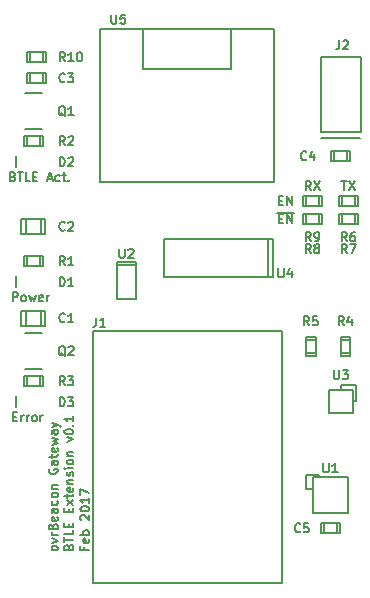
<source format=gbr>
G04 #@! TF.FileFunction,Legend,Top*
%FSLAX46Y46*%
G04 Gerber Fmt 4.6, Leading zero omitted, Abs format (unit mm)*
G04 Created by KiCad (PCBNEW 4.0.4-stable) date Sunday, February 26, 2017 'PMt' 06:01:27 PM*
%MOMM*%
%LPD*%
G01*
G04 APERTURE LIST*
%ADD10C,0.100000*%
%ADD11C,0.190500*%
%ADD12C,0.150000*%
%ADD13C,0.127000*%
%ADD14C,0.203200*%
G04 APERTURE END LIST*
D10*
D11*
X155575000Y-66892714D02*
X155321000Y-66529857D01*
X155139572Y-66892714D02*
X155139572Y-66130714D01*
X155429857Y-66130714D01*
X155502429Y-66167000D01*
X155538714Y-66203286D01*
X155575000Y-66275857D01*
X155575000Y-66384714D01*
X155538714Y-66457286D01*
X155502429Y-66493571D01*
X155429857Y-66529857D01*
X155139572Y-66529857D01*
X155829000Y-66130714D02*
X156337000Y-66892714D01*
X156337000Y-66130714D02*
X155829000Y-66892714D01*
X158169429Y-66130714D02*
X158604858Y-66130714D01*
X158387144Y-66892714D02*
X158387144Y-66130714D01*
X158786286Y-66130714D02*
X159294286Y-66892714D01*
X159294286Y-66130714D02*
X158786286Y-66892714D01*
X152853572Y-69287571D02*
X153107572Y-69287571D01*
X153216429Y-69686714D02*
X152853572Y-69686714D01*
X152853572Y-68924714D01*
X153216429Y-68924714D01*
X153543001Y-69686714D02*
X153543001Y-68924714D01*
X153978429Y-69686714D01*
X153978429Y-68924714D01*
X152672143Y-68793360D02*
X154159858Y-68793360D01*
X152853572Y-67763571D02*
X153107572Y-67763571D01*
X153216429Y-68162714D02*
X152853572Y-68162714D01*
X152853572Y-67400714D01*
X153216429Y-67400714D01*
X153543001Y-68162714D02*
X153543001Y-67400714D01*
X153978429Y-68162714D01*
X153978429Y-67400714D01*
D12*
X156464000Y-62484000D02*
X159766000Y-62484000D01*
D11*
X134139214Y-97245714D02*
X134102929Y-97318286D01*
X134066643Y-97354571D01*
X133994071Y-97390857D01*
X133776357Y-97390857D01*
X133703786Y-97354571D01*
X133667500Y-97318286D01*
X133631214Y-97245714D01*
X133631214Y-97136857D01*
X133667500Y-97064286D01*
X133703786Y-97028000D01*
X133776357Y-96991714D01*
X133994071Y-96991714D01*
X134066643Y-97028000D01*
X134102929Y-97064286D01*
X134139214Y-97136857D01*
X134139214Y-97245714D01*
X133631214Y-96737714D02*
X134139214Y-96556285D01*
X133631214Y-96374857D01*
X134139214Y-96084571D02*
X133631214Y-96084571D01*
X133776357Y-96084571D02*
X133703786Y-96048286D01*
X133667500Y-96012000D01*
X133631214Y-95939429D01*
X133631214Y-95866857D01*
X133740071Y-95358857D02*
X133776357Y-95250000D01*
X133812643Y-95213715D01*
X133885214Y-95177429D01*
X133994071Y-95177429D01*
X134066643Y-95213715D01*
X134102929Y-95250000D01*
X134139214Y-95322572D01*
X134139214Y-95612857D01*
X133377214Y-95612857D01*
X133377214Y-95358857D01*
X133413500Y-95286286D01*
X133449786Y-95250000D01*
X133522357Y-95213715D01*
X133594929Y-95213715D01*
X133667500Y-95250000D01*
X133703786Y-95286286D01*
X133740071Y-95358857D01*
X133740071Y-95612857D01*
X134102929Y-94560572D02*
X134139214Y-94633143D01*
X134139214Y-94778286D01*
X134102929Y-94850857D01*
X134030357Y-94887143D01*
X133740071Y-94887143D01*
X133667500Y-94850857D01*
X133631214Y-94778286D01*
X133631214Y-94633143D01*
X133667500Y-94560572D01*
X133740071Y-94524286D01*
X133812643Y-94524286D01*
X133885214Y-94887143D01*
X134139214Y-93871143D02*
X133740071Y-93871143D01*
X133667500Y-93907429D01*
X133631214Y-93980000D01*
X133631214Y-94125143D01*
X133667500Y-94197714D01*
X134102929Y-93871143D02*
X134139214Y-93943714D01*
X134139214Y-94125143D01*
X134102929Y-94197714D01*
X134030357Y-94234000D01*
X133957786Y-94234000D01*
X133885214Y-94197714D01*
X133848929Y-94125143D01*
X133848929Y-93943714D01*
X133812643Y-93871143D01*
X134102929Y-93181714D02*
X134139214Y-93254285D01*
X134139214Y-93399428D01*
X134102929Y-93472000D01*
X134066643Y-93508285D01*
X133994071Y-93544571D01*
X133776357Y-93544571D01*
X133703786Y-93508285D01*
X133667500Y-93472000D01*
X133631214Y-93399428D01*
X133631214Y-93254285D01*
X133667500Y-93181714D01*
X134139214Y-92746285D02*
X134102929Y-92818857D01*
X134066643Y-92855142D01*
X133994071Y-92891428D01*
X133776357Y-92891428D01*
X133703786Y-92855142D01*
X133667500Y-92818857D01*
X133631214Y-92746285D01*
X133631214Y-92637428D01*
X133667500Y-92564857D01*
X133703786Y-92528571D01*
X133776357Y-92492285D01*
X133994071Y-92492285D01*
X134066643Y-92528571D01*
X134102929Y-92564857D01*
X134139214Y-92637428D01*
X134139214Y-92746285D01*
X133631214Y-92165713D02*
X134139214Y-92165713D01*
X133703786Y-92165713D02*
X133667500Y-92129428D01*
X133631214Y-92056856D01*
X133631214Y-91947999D01*
X133667500Y-91875428D01*
X133740071Y-91839142D01*
X134139214Y-91839142D01*
X133413500Y-90496571D02*
X133377214Y-90569142D01*
X133377214Y-90677999D01*
X133413500Y-90786856D01*
X133486071Y-90859428D01*
X133558643Y-90895713D01*
X133703786Y-90931999D01*
X133812643Y-90931999D01*
X133957786Y-90895713D01*
X134030357Y-90859428D01*
X134102929Y-90786856D01*
X134139214Y-90677999D01*
X134139214Y-90605428D01*
X134102929Y-90496571D01*
X134066643Y-90460285D01*
X133812643Y-90460285D01*
X133812643Y-90605428D01*
X134139214Y-89807142D02*
X133740071Y-89807142D01*
X133667500Y-89843428D01*
X133631214Y-89915999D01*
X133631214Y-90061142D01*
X133667500Y-90133713D01*
X134102929Y-89807142D02*
X134139214Y-89879713D01*
X134139214Y-90061142D01*
X134102929Y-90133713D01*
X134030357Y-90169999D01*
X133957786Y-90169999D01*
X133885214Y-90133713D01*
X133848929Y-90061142D01*
X133848929Y-89879713D01*
X133812643Y-89807142D01*
X133631214Y-89553142D02*
X133631214Y-89262856D01*
X133377214Y-89444284D02*
X134030357Y-89444284D01*
X134102929Y-89407999D01*
X134139214Y-89335427D01*
X134139214Y-89262856D01*
X134102929Y-88718570D02*
X134139214Y-88791141D01*
X134139214Y-88936284D01*
X134102929Y-89008855D01*
X134030357Y-89045141D01*
X133740071Y-89045141D01*
X133667500Y-89008855D01*
X133631214Y-88936284D01*
X133631214Y-88791141D01*
X133667500Y-88718570D01*
X133740071Y-88682284D01*
X133812643Y-88682284D01*
X133885214Y-89045141D01*
X133631214Y-88428284D02*
X134139214Y-88283141D01*
X133776357Y-88137998D01*
X134139214Y-87992855D01*
X133631214Y-87847712D01*
X134139214Y-87230855D02*
X133740071Y-87230855D01*
X133667500Y-87267141D01*
X133631214Y-87339712D01*
X133631214Y-87484855D01*
X133667500Y-87557426D01*
X134102929Y-87230855D02*
X134139214Y-87303426D01*
X134139214Y-87484855D01*
X134102929Y-87557426D01*
X134030357Y-87593712D01*
X133957786Y-87593712D01*
X133885214Y-87557426D01*
X133848929Y-87484855D01*
X133848929Y-87303426D01*
X133812643Y-87230855D01*
X133631214Y-86940569D02*
X134139214Y-86759140D01*
X133631214Y-86577712D02*
X134139214Y-86759140D01*
X134320643Y-86831712D01*
X134356929Y-86867997D01*
X134393214Y-86940569D01*
X135073571Y-97100571D02*
X135109857Y-96991714D01*
X135146143Y-96955429D01*
X135218714Y-96919143D01*
X135327571Y-96919143D01*
X135400143Y-96955429D01*
X135436429Y-96991714D01*
X135472714Y-97064286D01*
X135472714Y-97354571D01*
X134710714Y-97354571D01*
X134710714Y-97100571D01*
X134747000Y-97028000D01*
X134783286Y-96991714D01*
X134855857Y-96955429D01*
X134928429Y-96955429D01*
X135001000Y-96991714D01*
X135037286Y-97028000D01*
X135073571Y-97100571D01*
X135073571Y-97354571D01*
X134710714Y-96701429D02*
X134710714Y-96266000D01*
X135472714Y-96483714D02*
X134710714Y-96483714D01*
X135472714Y-95649143D02*
X135472714Y-96012000D01*
X134710714Y-96012000D01*
X135073571Y-95395143D02*
X135073571Y-95141143D01*
X135472714Y-95032286D02*
X135472714Y-95395143D01*
X134710714Y-95395143D01*
X134710714Y-95032286D01*
X135073571Y-94125143D02*
X135073571Y-93871143D01*
X135472714Y-93762286D02*
X135472714Y-94125143D01*
X134710714Y-94125143D01*
X134710714Y-93762286D01*
X135472714Y-93508286D02*
X134964714Y-93109143D01*
X134964714Y-93508286D02*
X135472714Y-93109143D01*
X134964714Y-92927715D02*
X134964714Y-92637429D01*
X134710714Y-92818857D02*
X135363857Y-92818857D01*
X135436429Y-92782572D01*
X135472714Y-92710000D01*
X135472714Y-92637429D01*
X135436429Y-92093143D02*
X135472714Y-92165714D01*
X135472714Y-92310857D01*
X135436429Y-92383428D01*
X135363857Y-92419714D01*
X135073571Y-92419714D01*
X135001000Y-92383428D01*
X134964714Y-92310857D01*
X134964714Y-92165714D01*
X135001000Y-92093143D01*
X135073571Y-92056857D01*
X135146143Y-92056857D01*
X135218714Y-92419714D01*
X134964714Y-91730285D02*
X135472714Y-91730285D01*
X135037286Y-91730285D02*
X135001000Y-91694000D01*
X134964714Y-91621428D01*
X134964714Y-91512571D01*
X135001000Y-91440000D01*
X135073571Y-91403714D01*
X135472714Y-91403714D01*
X135436429Y-91077142D02*
X135472714Y-91004571D01*
X135472714Y-90859428D01*
X135436429Y-90786856D01*
X135363857Y-90750571D01*
X135327571Y-90750571D01*
X135255000Y-90786856D01*
X135218714Y-90859428D01*
X135218714Y-90968285D01*
X135182429Y-91040856D01*
X135109857Y-91077142D01*
X135073571Y-91077142D01*
X135001000Y-91040856D01*
X134964714Y-90968285D01*
X134964714Y-90859428D01*
X135001000Y-90786856D01*
X135472714Y-90423999D02*
X134964714Y-90423999D01*
X134710714Y-90423999D02*
X134747000Y-90460285D01*
X134783286Y-90423999D01*
X134747000Y-90387714D01*
X134710714Y-90423999D01*
X134783286Y-90423999D01*
X135472714Y-89952285D02*
X135436429Y-90024857D01*
X135400143Y-90061142D01*
X135327571Y-90097428D01*
X135109857Y-90097428D01*
X135037286Y-90061142D01*
X135001000Y-90024857D01*
X134964714Y-89952285D01*
X134964714Y-89843428D01*
X135001000Y-89770857D01*
X135037286Y-89734571D01*
X135109857Y-89698285D01*
X135327571Y-89698285D01*
X135400143Y-89734571D01*
X135436429Y-89770857D01*
X135472714Y-89843428D01*
X135472714Y-89952285D01*
X134964714Y-89371713D02*
X135472714Y-89371713D01*
X135037286Y-89371713D02*
X135001000Y-89335428D01*
X134964714Y-89262856D01*
X134964714Y-89153999D01*
X135001000Y-89081428D01*
X135073571Y-89045142D01*
X135472714Y-89045142D01*
X134964714Y-88174285D02*
X135472714Y-87992856D01*
X134964714Y-87811428D01*
X134710714Y-87376000D02*
X134710714Y-87303428D01*
X134747000Y-87230857D01*
X134783286Y-87194571D01*
X134855857Y-87158285D01*
X135001000Y-87122000D01*
X135182429Y-87122000D01*
X135327571Y-87158285D01*
X135400143Y-87194571D01*
X135436429Y-87230857D01*
X135472714Y-87303428D01*
X135472714Y-87376000D01*
X135436429Y-87448571D01*
X135400143Y-87484857D01*
X135327571Y-87521142D01*
X135182429Y-87557428D01*
X135001000Y-87557428D01*
X134855857Y-87521142D01*
X134783286Y-87484857D01*
X134747000Y-87448571D01*
X134710714Y-87376000D01*
X135400143Y-86795428D02*
X135436429Y-86759143D01*
X135472714Y-86795428D01*
X135436429Y-86831714D01*
X135400143Y-86795428D01*
X135472714Y-86795428D01*
X135472714Y-86033429D02*
X135472714Y-86468857D01*
X135472714Y-86251143D02*
X134710714Y-86251143D01*
X134819571Y-86323714D01*
X134892143Y-86396286D01*
X134928429Y-86468857D01*
X136407071Y-97100571D02*
X136407071Y-97354571D01*
X136806214Y-97354571D02*
X136044214Y-97354571D01*
X136044214Y-96991714D01*
X136769929Y-96411143D02*
X136806214Y-96483714D01*
X136806214Y-96628857D01*
X136769929Y-96701428D01*
X136697357Y-96737714D01*
X136407071Y-96737714D01*
X136334500Y-96701428D01*
X136298214Y-96628857D01*
X136298214Y-96483714D01*
X136334500Y-96411143D01*
X136407071Y-96374857D01*
X136479643Y-96374857D01*
X136552214Y-96737714D01*
X136806214Y-96048285D02*
X136044214Y-96048285D01*
X136334500Y-96048285D02*
X136298214Y-95975714D01*
X136298214Y-95830571D01*
X136334500Y-95758000D01*
X136370786Y-95721714D01*
X136443357Y-95685428D01*
X136661071Y-95685428D01*
X136733643Y-95721714D01*
X136769929Y-95758000D01*
X136806214Y-95830571D01*
X136806214Y-95975714D01*
X136769929Y-96048285D01*
X136116786Y-94814571D02*
X136080500Y-94778285D01*
X136044214Y-94705714D01*
X136044214Y-94524285D01*
X136080500Y-94451714D01*
X136116786Y-94415428D01*
X136189357Y-94379143D01*
X136261929Y-94379143D01*
X136370786Y-94415428D01*
X136806214Y-94850857D01*
X136806214Y-94379143D01*
X136044214Y-93907429D02*
X136044214Y-93834857D01*
X136080500Y-93762286D01*
X136116786Y-93726000D01*
X136189357Y-93689714D01*
X136334500Y-93653429D01*
X136515929Y-93653429D01*
X136661071Y-93689714D01*
X136733643Y-93726000D01*
X136769929Y-93762286D01*
X136806214Y-93834857D01*
X136806214Y-93907429D01*
X136769929Y-93980000D01*
X136733643Y-94016286D01*
X136661071Y-94052571D01*
X136515929Y-94088857D01*
X136334500Y-94088857D01*
X136189357Y-94052571D01*
X136116786Y-94016286D01*
X136080500Y-93980000D01*
X136044214Y-93907429D01*
X136806214Y-92927715D02*
X136806214Y-93363143D01*
X136806214Y-93145429D02*
X136044214Y-93145429D01*
X136153071Y-93218000D01*
X136225643Y-93290572D01*
X136261929Y-93363143D01*
X136044214Y-92673715D02*
X136044214Y-92165715D01*
X136806214Y-92492286D01*
X130356429Y-65731571D02*
X130465286Y-65767857D01*
X130501571Y-65804143D01*
X130537857Y-65876714D01*
X130537857Y-65985571D01*
X130501571Y-66058143D01*
X130465286Y-66094429D01*
X130392714Y-66130714D01*
X130102429Y-66130714D01*
X130102429Y-65368714D01*
X130356429Y-65368714D01*
X130429000Y-65405000D01*
X130465286Y-65441286D01*
X130501571Y-65513857D01*
X130501571Y-65586429D01*
X130465286Y-65659000D01*
X130429000Y-65695286D01*
X130356429Y-65731571D01*
X130102429Y-65731571D01*
X130755571Y-65368714D02*
X131191000Y-65368714D01*
X130973286Y-66130714D02*
X130973286Y-65368714D01*
X131807857Y-66130714D02*
X131445000Y-66130714D01*
X131445000Y-65368714D01*
X132061857Y-65731571D02*
X132315857Y-65731571D01*
X132424714Y-66130714D02*
X132061857Y-66130714D01*
X132061857Y-65368714D01*
X132424714Y-65368714D01*
X133295571Y-65913000D02*
X133658428Y-65913000D01*
X133222999Y-66130714D02*
X133476999Y-65368714D01*
X133730999Y-66130714D01*
X134311571Y-66094429D02*
X134239000Y-66130714D01*
X134093857Y-66130714D01*
X134021285Y-66094429D01*
X133985000Y-66058143D01*
X133948714Y-65985571D01*
X133948714Y-65767857D01*
X133985000Y-65695286D01*
X134021285Y-65659000D01*
X134093857Y-65622714D01*
X134239000Y-65622714D01*
X134311571Y-65659000D01*
X134529285Y-65622714D02*
X134819571Y-65622714D01*
X134638143Y-65368714D02*
X134638143Y-66021857D01*
X134674428Y-66094429D01*
X134747000Y-66130714D01*
X134819571Y-66130714D01*
X135073572Y-66058143D02*
X135109857Y-66094429D01*
X135073572Y-66130714D01*
X135037286Y-66094429D01*
X135073572Y-66058143D01*
X135073572Y-66130714D01*
X130320143Y-76290714D02*
X130320143Y-75528714D01*
X130610428Y-75528714D01*
X130683000Y-75565000D01*
X130719285Y-75601286D01*
X130755571Y-75673857D01*
X130755571Y-75782714D01*
X130719285Y-75855286D01*
X130683000Y-75891571D01*
X130610428Y-75927857D01*
X130320143Y-75927857D01*
X131191000Y-76290714D02*
X131118428Y-76254429D01*
X131082143Y-76218143D01*
X131045857Y-76145571D01*
X131045857Y-75927857D01*
X131082143Y-75855286D01*
X131118428Y-75819000D01*
X131191000Y-75782714D01*
X131299857Y-75782714D01*
X131372428Y-75819000D01*
X131408714Y-75855286D01*
X131445000Y-75927857D01*
X131445000Y-76145571D01*
X131408714Y-76218143D01*
X131372428Y-76254429D01*
X131299857Y-76290714D01*
X131191000Y-76290714D01*
X131699000Y-75782714D02*
X131844143Y-76290714D01*
X131989286Y-75927857D01*
X132134429Y-76290714D01*
X132279572Y-75782714D01*
X132860143Y-76254429D02*
X132787572Y-76290714D01*
X132642429Y-76290714D01*
X132569858Y-76254429D01*
X132533572Y-76181857D01*
X132533572Y-75891571D01*
X132569858Y-75819000D01*
X132642429Y-75782714D01*
X132787572Y-75782714D01*
X132860143Y-75819000D01*
X132896429Y-75891571D01*
X132896429Y-75964143D01*
X132533572Y-76036714D01*
X133223001Y-76290714D02*
X133223001Y-75782714D01*
X133223001Y-75927857D02*
X133259286Y-75855286D01*
X133295572Y-75819000D01*
X133368143Y-75782714D01*
X133440715Y-75782714D01*
X130356429Y-86051571D02*
X130610429Y-86051571D01*
X130719286Y-86450714D02*
X130356429Y-86450714D01*
X130356429Y-85688714D01*
X130719286Y-85688714D01*
X131045858Y-86450714D02*
X131045858Y-85942714D01*
X131045858Y-86087857D02*
X131082143Y-86015286D01*
X131118429Y-85979000D01*
X131191000Y-85942714D01*
X131263572Y-85942714D01*
X131517572Y-86450714D02*
X131517572Y-85942714D01*
X131517572Y-86087857D02*
X131553857Y-86015286D01*
X131590143Y-85979000D01*
X131662714Y-85942714D01*
X131735286Y-85942714D01*
X132098143Y-86450714D02*
X132025571Y-86414429D01*
X131989286Y-86378143D01*
X131953000Y-86305571D01*
X131953000Y-86087857D01*
X131989286Y-86015286D01*
X132025571Y-85979000D01*
X132098143Y-85942714D01*
X132207000Y-85942714D01*
X132279571Y-85979000D01*
X132315857Y-86015286D01*
X132352143Y-86087857D01*
X132352143Y-86305571D01*
X132315857Y-86378143D01*
X132279571Y-86414429D01*
X132207000Y-86450714D01*
X132098143Y-86450714D01*
X132678715Y-86450714D02*
X132678715Y-85942714D01*
X132678715Y-86087857D02*
X132715000Y-86015286D01*
X132751286Y-85979000D01*
X132823857Y-85942714D01*
X132896429Y-85942714D01*
D13*
X132715000Y-77089000D02*
X132715000Y-78359000D01*
X131445000Y-77089000D02*
X131445000Y-78333600D01*
X131064000Y-77089000D02*
X133096000Y-77089000D01*
X133096000Y-77089000D02*
X133096000Y-78359000D01*
X133096000Y-78359000D02*
X131064000Y-78359000D01*
X131064000Y-78359000D02*
X131064000Y-77089000D01*
X132715000Y-69342000D02*
X132715000Y-70612000D01*
X131445000Y-69342000D02*
X131445000Y-70586600D01*
X131064000Y-69342000D02*
X133096000Y-69342000D01*
X133096000Y-69342000D02*
X133096000Y-70612000D01*
X133096000Y-70612000D02*
X131064000Y-70612000D01*
X131064000Y-70612000D02*
X131064000Y-69342000D01*
X132892800Y-57810400D02*
X132892800Y-56997600D01*
X131775200Y-57023000D02*
X131775200Y-57810400D01*
X131521200Y-56997600D02*
X133146800Y-56997600D01*
X133146800Y-56997600D02*
X133146800Y-57810400D01*
X133146800Y-57810400D02*
X131521200Y-57810400D01*
X131521200Y-57810400D02*
X131521200Y-56997600D01*
X157556200Y-63601600D02*
X157556200Y-64414400D01*
X158673800Y-64389000D02*
X158673800Y-63601600D01*
X158927800Y-64414400D02*
X157302200Y-64414400D01*
X157302200Y-64414400D02*
X157302200Y-63601600D01*
X157302200Y-63601600D02*
X158927800Y-63601600D01*
X158927800Y-63601600D02*
X158927800Y-64414400D01*
D12*
X130580000Y-74112500D02*
X130580000Y-75112500D01*
X130580000Y-63952500D02*
X130580000Y-64952500D01*
X130580000Y-84272500D02*
X130580000Y-85272500D01*
D14*
X137139800Y-78805600D02*
X137139800Y-100105600D01*
X137139800Y-100105600D02*
X153139800Y-100105600D01*
X153139800Y-100105600D02*
X153139800Y-78805600D01*
X153139800Y-78805600D02*
X137139800Y-78805600D01*
X137139800Y-82905600D02*
X137139800Y-98905600D01*
X153139800Y-82905600D02*
X153139800Y-98905600D01*
D12*
X132780000Y-58678000D02*
X131380000Y-58678000D01*
X132780000Y-61718000D02*
X131380000Y-61718000D01*
X132780000Y-78998000D02*
X131380000Y-78998000D01*
X132780000Y-82038000D02*
X131380000Y-82038000D01*
D13*
X132638800Y-73304400D02*
X132638800Y-72491600D01*
X131521200Y-72517000D02*
X131521200Y-73304400D01*
X131267200Y-72491600D02*
X132892800Y-72491600D01*
X132892800Y-72491600D02*
X132892800Y-73304400D01*
X132892800Y-73304400D02*
X131267200Y-73304400D01*
X131267200Y-73304400D02*
X131267200Y-72491600D01*
X132638800Y-63144400D02*
X132638800Y-62331600D01*
X131521200Y-62357000D02*
X131521200Y-63144400D01*
X131267200Y-62331600D02*
X132892800Y-62331600D01*
X132892800Y-62331600D02*
X132892800Y-63144400D01*
X132892800Y-63144400D02*
X131267200Y-63144400D01*
X131267200Y-63144400D02*
X131267200Y-62331600D01*
X132638800Y-83464400D02*
X132638800Y-82651600D01*
X131521200Y-82677000D02*
X131521200Y-83464400D01*
X131267200Y-82651600D02*
X132892800Y-82651600D01*
X132892800Y-82651600D02*
X132892800Y-83464400D01*
X132892800Y-83464400D02*
X131267200Y-83464400D01*
X131267200Y-83464400D02*
X131267200Y-82651600D01*
X158902400Y-79578200D02*
X158089600Y-79578200D01*
X158115000Y-80695800D02*
X158902400Y-80695800D01*
X158089600Y-80949800D02*
X158089600Y-79324200D01*
X158089600Y-79324200D02*
X158902400Y-79324200D01*
X158902400Y-79324200D02*
X158902400Y-80949800D01*
X158902400Y-80949800D02*
X158089600Y-80949800D01*
X155981400Y-79578200D02*
X155168600Y-79578200D01*
X155194000Y-80695800D02*
X155981400Y-80695800D01*
X155168600Y-80949800D02*
X155168600Y-79324200D01*
X155168600Y-79324200D02*
X155981400Y-79324200D01*
X155981400Y-79324200D02*
X155981400Y-80949800D01*
X155981400Y-80949800D02*
X155168600Y-80949800D01*
X159308800Y-68224400D02*
X159308800Y-67411600D01*
X158191200Y-67437000D02*
X158191200Y-68224400D01*
X157937200Y-67411600D02*
X159562800Y-67411600D01*
X159562800Y-67411600D02*
X159562800Y-68224400D01*
X159562800Y-68224400D02*
X157937200Y-68224400D01*
X157937200Y-68224400D02*
X157937200Y-67411600D01*
X158191200Y-68935600D02*
X158191200Y-69748400D01*
X159308800Y-69723000D02*
X159308800Y-68935600D01*
X159562800Y-69748400D02*
X157937200Y-69748400D01*
X157937200Y-69748400D02*
X157937200Y-68935600D01*
X157937200Y-68935600D02*
X159562800Y-68935600D01*
X159562800Y-68935600D02*
X159562800Y-69748400D01*
X156260800Y-69748400D02*
X156260800Y-68935600D01*
X155143200Y-68961000D02*
X155143200Y-69748400D01*
X154889200Y-68935600D02*
X156514800Y-68935600D01*
X156514800Y-68935600D02*
X156514800Y-69748400D01*
X156514800Y-69748400D02*
X154889200Y-69748400D01*
X154889200Y-69748400D02*
X154889200Y-68935600D01*
X155143200Y-67411600D02*
X155143200Y-68224400D01*
X156260800Y-68199000D02*
X156260800Y-67411600D01*
X156514800Y-68224400D02*
X154889200Y-68224400D01*
X154889200Y-68224400D02*
X154889200Y-67411600D01*
X154889200Y-67411600D02*
X156514800Y-67411600D01*
X156514800Y-67411600D02*
X156514800Y-68224400D01*
X131775200Y-55219600D02*
X131775200Y-56032400D01*
X132892800Y-56007000D02*
X132892800Y-55219600D01*
X133146800Y-56032400D02*
X131521200Y-56032400D01*
X131521200Y-56032400D02*
X131521200Y-55219600D01*
X131521200Y-55219600D02*
X133146800Y-55219600D01*
X133146800Y-55219600D02*
X133146800Y-56032400D01*
D12*
X155176000Y-92210000D02*
X155726000Y-92210000D01*
X155176000Y-90960000D02*
X155176000Y-92210000D01*
X156226000Y-90960000D02*
X155176000Y-90960000D01*
X156226000Y-91160000D02*
X156226000Y-90960000D01*
X158726000Y-91210000D02*
X155726000Y-91210000D01*
X158726000Y-94210000D02*
X158726000Y-91210000D01*
X155726000Y-94210000D02*
X158726000Y-94210000D01*
X155726000Y-91210000D02*
X155726000Y-94210000D01*
X140754000Y-72976000D02*
X140754000Y-73276000D01*
X139154000Y-72976000D02*
X140754000Y-72976000D01*
X139154000Y-73226000D02*
X139154000Y-72976000D01*
X140754000Y-73226000D02*
X139154000Y-73226000D01*
X140754000Y-76126000D02*
X140754000Y-73226000D01*
X139154000Y-76126000D02*
X140754000Y-76126000D01*
X139154000Y-73226000D02*
X139154000Y-76126000D01*
X158115000Y-83422500D02*
X158115000Y-83772500D01*
X159365000Y-83422500D02*
X158115000Y-83422500D01*
X159365000Y-84772500D02*
X159365000Y-83422500D01*
X159115000Y-84772500D02*
X159365000Y-84772500D01*
X159115000Y-85772500D02*
X159115000Y-83772500D01*
X157115000Y-85772500D02*
X159115000Y-85772500D01*
X157115000Y-83772500D02*
X157115000Y-85772500D01*
X159115000Y-83772500D02*
X157115000Y-83772500D01*
D14*
X151974000Y-71044000D02*
X152374000Y-71044000D01*
X152374000Y-71044000D02*
X152374000Y-74244000D01*
X152374000Y-74244000D02*
X151974000Y-74244000D01*
X151974000Y-71044000D02*
X151974000Y-74244000D01*
X151974000Y-74244000D02*
X143174000Y-74244000D01*
X143174000Y-74244000D02*
X143174000Y-71044000D01*
X143174000Y-71044000D02*
X151974000Y-71044000D01*
D12*
X141358600Y-56648000D02*
X148858600Y-56648000D01*
X148858600Y-53198000D02*
X148858600Y-56648000D01*
X141358600Y-53198000D02*
X141358600Y-56648000D01*
X137758600Y-66198000D02*
X152458600Y-66198000D01*
X152458600Y-53198000D02*
X152458600Y-66198000D01*
X137758600Y-53198000D02*
X137758600Y-66198000D01*
X137758600Y-53198000D02*
X152458600Y-53198000D01*
X156415000Y-62001000D02*
X159815000Y-62001000D01*
X159815000Y-62001000D02*
X159815000Y-55601000D01*
X159815000Y-55601000D02*
X156415000Y-55601000D01*
X156415000Y-55601000D02*
X156415000Y-62001000D01*
D13*
X157784800Y-95910400D02*
X157784800Y-95097600D01*
X156667200Y-95123000D02*
X156667200Y-95910400D01*
X156413200Y-95097600D02*
X158038800Y-95097600D01*
X158038800Y-95097600D02*
X158038800Y-95910400D01*
X158038800Y-95910400D02*
X156413200Y-95910400D01*
X156413200Y-95910400D02*
X156413200Y-95097600D01*
D11*
X134747000Y-77996143D02*
X134710714Y-78032429D01*
X134601857Y-78068714D01*
X134529286Y-78068714D01*
X134420429Y-78032429D01*
X134347857Y-77959857D01*
X134311572Y-77887286D01*
X134275286Y-77742143D01*
X134275286Y-77633286D01*
X134311572Y-77488143D01*
X134347857Y-77415571D01*
X134420429Y-77343000D01*
X134529286Y-77306714D01*
X134601857Y-77306714D01*
X134710714Y-77343000D01*
X134747000Y-77379286D01*
X135472714Y-78068714D02*
X135037286Y-78068714D01*
X135255000Y-78068714D02*
X135255000Y-77306714D01*
X135182429Y-77415571D01*
X135109857Y-77488143D01*
X135037286Y-77524429D01*
X134747000Y-70249143D02*
X134710714Y-70285429D01*
X134601857Y-70321714D01*
X134529286Y-70321714D01*
X134420429Y-70285429D01*
X134347857Y-70212857D01*
X134311572Y-70140286D01*
X134275286Y-69995143D01*
X134275286Y-69886286D01*
X134311572Y-69741143D01*
X134347857Y-69668571D01*
X134420429Y-69596000D01*
X134529286Y-69559714D01*
X134601857Y-69559714D01*
X134710714Y-69596000D01*
X134747000Y-69632286D01*
X135037286Y-69632286D02*
X135073572Y-69596000D01*
X135146143Y-69559714D01*
X135327572Y-69559714D01*
X135400143Y-69596000D01*
X135436429Y-69632286D01*
X135472714Y-69704857D01*
X135472714Y-69777429D01*
X135436429Y-69886286D01*
X135001000Y-70321714D01*
X135472714Y-70321714D01*
X134747000Y-57676143D02*
X134710714Y-57712429D01*
X134601857Y-57748714D01*
X134529286Y-57748714D01*
X134420429Y-57712429D01*
X134347857Y-57639857D01*
X134311572Y-57567286D01*
X134275286Y-57422143D01*
X134275286Y-57313286D01*
X134311572Y-57168143D01*
X134347857Y-57095571D01*
X134420429Y-57023000D01*
X134529286Y-56986714D01*
X134601857Y-56986714D01*
X134710714Y-57023000D01*
X134747000Y-57059286D01*
X135001000Y-56986714D02*
X135472714Y-56986714D01*
X135218714Y-57277000D01*
X135327572Y-57277000D01*
X135400143Y-57313286D01*
X135436429Y-57349571D01*
X135472714Y-57422143D01*
X135472714Y-57603571D01*
X135436429Y-57676143D01*
X135400143Y-57712429D01*
X135327572Y-57748714D01*
X135109857Y-57748714D01*
X135037286Y-57712429D01*
X135001000Y-57676143D01*
X155194000Y-64280143D02*
X155157714Y-64316429D01*
X155048857Y-64352714D01*
X154976286Y-64352714D01*
X154867429Y-64316429D01*
X154794857Y-64243857D01*
X154758572Y-64171286D01*
X154722286Y-64026143D01*
X154722286Y-63917286D01*
X154758572Y-63772143D01*
X154794857Y-63699571D01*
X154867429Y-63627000D01*
X154976286Y-63590714D01*
X155048857Y-63590714D01*
X155157714Y-63627000D01*
X155194000Y-63663286D01*
X155847143Y-63844714D02*
X155847143Y-64352714D01*
X155665714Y-63554429D02*
X155484286Y-64098714D01*
X155956000Y-64098714D01*
X134311572Y-75020714D02*
X134311572Y-74258714D01*
X134493000Y-74258714D01*
X134601857Y-74295000D01*
X134674429Y-74367571D01*
X134710714Y-74440143D01*
X134747000Y-74585286D01*
X134747000Y-74694143D01*
X134710714Y-74839286D01*
X134674429Y-74911857D01*
X134601857Y-74984429D01*
X134493000Y-75020714D01*
X134311572Y-75020714D01*
X135472714Y-75020714D02*
X135037286Y-75020714D01*
X135255000Y-75020714D02*
X135255000Y-74258714D01*
X135182429Y-74367571D01*
X135109857Y-74440143D01*
X135037286Y-74476429D01*
X134311572Y-64860714D02*
X134311572Y-64098714D01*
X134493000Y-64098714D01*
X134601857Y-64135000D01*
X134674429Y-64207571D01*
X134710714Y-64280143D01*
X134747000Y-64425286D01*
X134747000Y-64534143D01*
X134710714Y-64679286D01*
X134674429Y-64751857D01*
X134601857Y-64824429D01*
X134493000Y-64860714D01*
X134311572Y-64860714D01*
X135037286Y-64171286D02*
X135073572Y-64135000D01*
X135146143Y-64098714D01*
X135327572Y-64098714D01*
X135400143Y-64135000D01*
X135436429Y-64171286D01*
X135472714Y-64243857D01*
X135472714Y-64316429D01*
X135436429Y-64425286D01*
X135001000Y-64860714D01*
X135472714Y-64860714D01*
X134311572Y-85180714D02*
X134311572Y-84418714D01*
X134493000Y-84418714D01*
X134601857Y-84455000D01*
X134674429Y-84527571D01*
X134710714Y-84600143D01*
X134747000Y-84745286D01*
X134747000Y-84854143D01*
X134710714Y-84999286D01*
X134674429Y-85071857D01*
X134601857Y-85144429D01*
X134493000Y-85180714D01*
X134311572Y-85180714D01*
X135001000Y-84418714D02*
X135472714Y-84418714D01*
X135218714Y-84709000D01*
X135327572Y-84709000D01*
X135400143Y-84745286D01*
X135436429Y-84781571D01*
X135472714Y-84854143D01*
X135472714Y-85035571D01*
X135436429Y-85108143D01*
X135400143Y-85144429D01*
X135327572Y-85180714D01*
X135109857Y-85180714D01*
X135037286Y-85144429D01*
X135001000Y-85108143D01*
X137414001Y-77687714D02*
X137414001Y-78232000D01*
X137377715Y-78340857D01*
X137305144Y-78413429D01*
X137196287Y-78449714D01*
X137123715Y-78449714D01*
X138176000Y-78449714D02*
X137740572Y-78449714D01*
X137958286Y-78449714D02*
X137958286Y-77687714D01*
X137885715Y-77796571D01*
X137813143Y-77869143D01*
X137740572Y-77905429D01*
X134801429Y-60615286D02*
X134728857Y-60579000D01*
X134656286Y-60506429D01*
X134547429Y-60397571D01*
X134474857Y-60361286D01*
X134402286Y-60361286D01*
X134438571Y-60542714D02*
X134366000Y-60506429D01*
X134293429Y-60433857D01*
X134257143Y-60288714D01*
X134257143Y-60034714D01*
X134293429Y-59889571D01*
X134366000Y-59817000D01*
X134438571Y-59780714D01*
X134583714Y-59780714D01*
X134656286Y-59817000D01*
X134728857Y-59889571D01*
X134765143Y-60034714D01*
X134765143Y-60288714D01*
X134728857Y-60433857D01*
X134656286Y-60506429D01*
X134583714Y-60542714D01*
X134438571Y-60542714D01*
X135490857Y-60542714D02*
X135055429Y-60542714D01*
X135273143Y-60542714D02*
X135273143Y-59780714D01*
X135200572Y-59889571D01*
X135128000Y-59962143D01*
X135055429Y-59998429D01*
X134801429Y-80935286D02*
X134728857Y-80899000D01*
X134656286Y-80826429D01*
X134547429Y-80717571D01*
X134474857Y-80681286D01*
X134402286Y-80681286D01*
X134438571Y-80862714D02*
X134366000Y-80826429D01*
X134293429Y-80753857D01*
X134257143Y-80608714D01*
X134257143Y-80354714D01*
X134293429Y-80209571D01*
X134366000Y-80137000D01*
X134438571Y-80100714D01*
X134583714Y-80100714D01*
X134656286Y-80137000D01*
X134728857Y-80209571D01*
X134765143Y-80354714D01*
X134765143Y-80608714D01*
X134728857Y-80753857D01*
X134656286Y-80826429D01*
X134583714Y-80862714D01*
X134438571Y-80862714D01*
X135055429Y-80173286D02*
X135091715Y-80137000D01*
X135164286Y-80100714D01*
X135345715Y-80100714D01*
X135418286Y-80137000D01*
X135454572Y-80173286D01*
X135490857Y-80245857D01*
X135490857Y-80318429D01*
X135454572Y-80427286D01*
X135019143Y-80862714D01*
X135490857Y-80862714D01*
X134747000Y-73242714D02*
X134493000Y-72879857D01*
X134311572Y-73242714D02*
X134311572Y-72480714D01*
X134601857Y-72480714D01*
X134674429Y-72517000D01*
X134710714Y-72553286D01*
X134747000Y-72625857D01*
X134747000Y-72734714D01*
X134710714Y-72807286D01*
X134674429Y-72843571D01*
X134601857Y-72879857D01*
X134311572Y-72879857D01*
X135472714Y-73242714D02*
X135037286Y-73242714D01*
X135255000Y-73242714D02*
X135255000Y-72480714D01*
X135182429Y-72589571D01*
X135109857Y-72662143D01*
X135037286Y-72698429D01*
X134747000Y-63082714D02*
X134493000Y-62719857D01*
X134311572Y-63082714D02*
X134311572Y-62320714D01*
X134601857Y-62320714D01*
X134674429Y-62357000D01*
X134710714Y-62393286D01*
X134747000Y-62465857D01*
X134747000Y-62574714D01*
X134710714Y-62647286D01*
X134674429Y-62683571D01*
X134601857Y-62719857D01*
X134311572Y-62719857D01*
X135037286Y-62393286D02*
X135073572Y-62357000D01*
X135146143Y-62320714D01*
X135327572Y-62320714D01*
X135400143Y-62357000D01*
X135436429Y-62393286D01*
X135472714Y-62465857D01*
X135472714Y-62538429D01*
X135436429Y-62647286D01*
X135001000Y-63082714D01*
X135472714Y-63082714D01*
X134747000Y-83402714D02*
X134493000Y-83039857D01*
X134311572Y-83402714D02*
X134311572Y-82640714D01*
X134601857Y-82640714D01*
X134674429Y-82677000D01*
X134710714Y-82713286D01*
X134747000Y-82785857D01*
X134747000Y-82894714D01*
X134710714Y-82967286D01*
X134674429Y-83003571D01*
X134601857Y-83039857D01*
X134311572Y-83039857D01*
X135001000Y-82640714D02*
X135472714Y-82640714D01*
X135218714Y-82931000D01*
X135327572Y-82931000D01*
X135400143Y-82967286D01*
X135436429Y-83003571D01*
X135472714Y-83076143D01*
X135472714Y-83257571D01*
X135436429Y-83330143D01*
X135400143Y-83366429D01*
X135327572Y-83402714D01*
X135109857Y-83402714D01*
X135037286Y-83366429D01*
X135001000Y-83330143D01*
X158369000Y-78322714D02*
X158115000Y-77959857D01*
X157933572Y-78322714D02*
X157933572Y-77560714D01*
X158223857Y-77560714D01*
X158296429Y-77597000D01*
X158332714Y-77633286D01*
X158369000Y-77705857D01*
X158369000Y-77814714D01*
X158332714Y-77887286D01*
X158296429Y-77923571D01*
X158223857Y-77959857D01*
X157933572Y-77959857D01*
X159022143Y-77814714D02*
X159022143Y-78322714D01*
X158840714Y-77524429D02*
X158659286Y-78068714D01*
X159131000Y-78068714D01*
X155448000Y-78322714D02*
X155194000Y-77959857D01*
X155012572Y-78322714D02*
X155012572Y-77560714D01*
X155302857Y-77560714D01*
X155375429Y-77597000D01*
X155411714Y-77633286D01*
X155448000Y-77705857D01*
X155448000Y-77814714D01*
X155411714Y-77887286D01*
X155375429Y-77923571D01*
X155302857Y-77959857D01*
X155012572Y-77959857D01*
X156137429Y-77560714D02*
X155774572Y-77560714D01*
X155738286Y-77923571D01*
X155774572Y-77887286D01*
X155847143Y-77851000D01*
X156028572Y-77851000D01*
X156101143Y-77887286D01*
X156137429Y-77923571D01*
X156173714Y-77996143D01*
X156173714Y-78177571D01*
X156137429Y-78250143D01*
X156101143Y-78286429D01*
X156028572Y-78322714D01*
X155847143Y-78322714D01*
X155774572Y-78286429D01*
X155738286Y-78250143D01*
X158623000Y-71210714D02*
X158369000Y-70847857D01*
X158187572Y-71210714D02*
X158187572Y-70448714D01*
X158477857Y-70448714D01*
X158550429Y-70485000D01*
X158586714Y-70521286D01*
X158623000Y-70593857D01*
X158623000Y-70702714D01*
X158586714Y-70775286D01*
X158550429Y-70811571D01*
X158477857Y-70847857D01*
X158187572Y-70847857D01*
X159276143Y-70448714D02*
X159131000Y-70448714D01*
X159058429Y-70485000D01*
X159022143Y-70521286D01*
X158949572Y-70630143D01*
X158913286Y-70775286D01*
X158913286Y-71065571D01*
X158949572Y-71138143D01*
X158985857Y-71174429D01*
X159058429Y-71210714D01*
X159203572Y-71210714D01*
X159276143Y-71174429D01*
X159312429Y-71138143D01*
X159348714Y-71065571D01*
X159348714Y-70884143D01*
X159312429Y-70811571D01*
X159276143Y-70775286D01*
X159203572Y-70739000D01*
X159058429Y-70739000D01*
X158985857Y-70775286D01*
X158949572Y-70811571D01*
X158913286Y-70884143D01*
X158623000Y-72226714D02*
X158369000Y-71863857D01*
X158187572Y-72226714D02*
X158187572Y-71464714D01*
X158477857Y-71464714D01*
X158550429Y-71501000D01*
X158586714Y-71537286D01*
X158623000Y-71609857D01*
X158623000Y-71718714D01*
X158586714Y-71791286D01*
X158550429Y-71827571D01*
X158477857Y-71863857D01*
X158187572Y-71863857D01*
X158877000Y-71464714D02*
X159385000Y-71464714D01*
X159058429Y-72226714D01*
X155575000Y-72226714D02*
X155321000Y-71863857D01*
X155139572Y-72226714D02*
X155139572Y-71464714D01*
X155429857Y-71464714D01*
X155502429Y-71501000D01*
X155538714Y-71537286D01*
X155575000Y-71609857D01*
X155575000Y-71718714D01*
X155538714Y-71791286D01*
X155502429Y-71827571D01*
X155429857Y-71863857D01*
X155139572Y-71863857D01*
X156010429Y-71791286D02*
X155937857Y-71755000D01*
X155901572Y-71718714D01*
X155865286Y-71646143D01*
X155865286Y-71609857D01*
X155901572Y-71537286D01*
X155937857Y-71501000D01*
X156010429Y-71464714D01*
X156155572Y-71464714D01*
X156228143Y-71501000D01*
X156264429Y-71537286D01*
X156300714Y-71609857D01*
X156300714Y-71646143D01*
X156264429Y-71718714D01*
X156228143Y-71755000D01*
X156155572Y-71791286D01*
X156010429Y-71791286D01*
X155937857Y-71827571D01*
X155901572Y-71863857D01*
X155865286Y-71936429D01*
X155865286Y-72081571D01*
X155901572Y-72154143D01*
X155937857Y-72190429D01*
X156010429Y-72226714D01*
X156155572Y-72226714D01*
X156228143Y-72190429D01*
X156264429Y-72154143D01*
X156300714Y-72081571D01*
X156300714Y-71936429D01*
X156264429Y-71863857D01*
X156228143Y-71827571D01*
X156155572Y-71791286D01*
X155575000Y-71210714D02*
X155321000Y-70847857D01*
X155139572Y-71210714D02*
X155139572Y-70448714D01*
X155429857Y-70448714D01*
X155502429Y-70485000D01*
X155538714Y-70521286D01*
X155575000Y-70593857D01*
X155575000Y-70702714D01*
X155538714Y-70775286D01*
X155502429Y-70811571D01*
X155429857Y-70847857D01*
X155139572Y-70847857D01*
X155937857Y-71210714D02*
X156083000Y-71210714D01*
X156155572Y-71174429D01*
X156191857Y-71138143D01*
X156264429Y-71029286D01*
X156300714Y-70884143D01*
X156300714Y-70593857D01*
X156264429Y-70521286D01*
X156228143Y-70485000D01*
X156155572Y-70448714D01*
X156010429Y-70448714D01*
X155937857Y-70485000D01*
X155901572Y-70521286D01*
X155865286Y-70593857D01*
X155865286Y-70775286D01*
X155901572Y-70847857D01*
X155937857Y-70884143D01*
X156010429Y-70920429D01*
X156155572Y-70920429D01*
X156228143Y-70884143D01*
X156264429Y-70847857D01*
X156300714Y-70775286D01*
X134765143Y-55970714D02*
X134511143Y-55607857D01*
X134329715Y-55970714D02*
X134329715Y-55208714D01*
X134620000Y-55208714D01*
X134692572Y-55245000D01*
X134728857Y-55281286D01*
X134765143Y-55353857D01*
X134765143Y-55462714D01*
X134728857Y-55535286D01*
X134692572Y-55571571D01*
X134620000Y-55607857D01*
X134329715Y-55607857D01*
X135490857Y-55970714D02*
X135055429Y-55970714D01*
X135273143Y-55970714D02*
X135273143Y-55208714D01*
X135200572Y-55317571D01*
X135128000Y-55390143D01*
X135055429Y-55426429D01*
X135962571Y-55208714D02*
X136035143Y-55208714D01*
X136107714Y-55245000D01*
X136144000Y-55281286D01*
X136180286Y-55353857D01*
X136216571Y-55499000D01*
X136216571Y-55680429D01*
X136180286Y-55825571D01*
X136144000Y-55898143D01*
X136107714Y-55934429D01*
X136035143Y-55970714D01*
X135962571Y-55970714D01*
X135890000Y-55934429D01*
X135853714Y-55898143D01*
X135817429Y-55825571D01*
X135781143Y-55680429D01*
X135781143Y-55499000D01*
X135817429Y-55353857D01*
X135853714Y-55281286D01*
X135890000Y-55245000D01*
X135962571Y-55208714D01*
X156645429Y-90006714D02*
X156645429Y-90623571D01*
X156681714Y-90696143D01*
X156718000Y-90732429D01*
X156790571Y-90768714D01*
X156935714Y-90768714D01*
X157008286Y-90732429D01*
X157044571Y-90696143D01*
X157080857Y-90623571D01*
X157080857Y-90006714D01*
X157842857Y-90768714D02*
X157407429Y-90768714D01*
X157625143Y-90768714D02*
X157625143Y-90006714D01*
X157552572Y-90115571D01*
X157480000Y-90188143D01*
X157407429Y-90224429D01*
X139373429Y-71845714D02*
X139373429Y-72462571D01*
X139409714Y-72535143D01*
X139446000Y-72571429D01*
X139518571Y-72607714D01*
X139663714Y-72607714D01*
X139736286Y-72571429D01*
X139772571Y-72535143D01*
X139808857Y-72462571D01*
X139808857Y-71845714D01*
X140135429Y-71918286D02*
X140171715Y-71882000D01*
X140244286Y-71845714D01*
X140425715Y-71845714D01*
X140498286Y-71882000D01*
X140534572Y-71918286D01*
X140570857Y-71990857D01*
X140570857Y-72063429D01*
X140534572Y-72172286D01*
X140099143Y-72607714D01*
X140570857Y-72607714D01*
X157534429Y-82132714D02*
X157534429Y-82749571D01*
X157570714Y-82822143D01*
X157607000Y-82858429D01*
X157679571Y-82894714D01*
X157824714Y-82894714D01*
X157897286Y-82858429D01*
X157933571Y-82822143D01*
X157969857Y-82749571D01*
X157969857Y-82132714D01*
X158260143Y-82132714D02*
X158731857Y-82132714D01*
X158477857Y-82423000D01*
X158586715Y-82423000D01*
X158659286Y-82459286D01*
X158695572Y-82495571D01*
X158731857Y-82568143D01*
X158731857Y-82749571D01*
X158695572Y-82822143D01*
X158659286Y-82858429D01*
X158586715Y-82894714D01*
X158369000Y-82894714D01*
X158296429Y-82858429D01*
X158260143Y-82822143D01*
X152835429Y-73496714D02*
X152835429Y-74113571D01*
X152871714Y-74186143D01*
X152908000Y-74222429D01*
X152980571Y-74258714D01*
X153125714Y-74258714D01*
X153198286Y-74222429D01*
X153234571Y-74186143D01*
X153270857Y-74113571D01*
X153270857Y-73496714D01*
X153960286Y-73750714D02*
X153960286Y-74258714D01*
X153778857Y-73460429D02*
X153597429Y-74004714D01*
X154069143Y-74004714D01*
X138678029Y-52030714D02*
X138678029Y-52647571D01*
X138714314Y-52720143D01*
X138750600Y-52756429D01*
X138823171Y-52792714D01*
X138968314Y-52792714D01*
X139040886Y-52756429D01*
X139077171Y-52720143D01*
X139113457Y-52647571D01*
X139113457Y-52030714D01*
X139839172Y-52030714D02*
X139476315Y-52030714D01*
X139440029Y-52393571D01*
X139476315Y-52357286D01*
X139548886Y-52321000D01*
X139730315Y-52321000D01*
X139802886Y-52357286D01*
X139839172Y-52393571D01*
X139875457Y-52466143D01*
X139875457Y-52647571D01*
X139839172Y-52720143D01*
X139802886Y-52756429D01*
X139730315Y-52792714D01*
X139548886Y-52792714D01*
X139476315Y-52756429D01*
X139440029Y-52720143D01*
X157988001Y-54192714D02*
X157988001Y-54737000D01*
X157951715Y-54845857D01*
X157879144Y-54918429D01*
X157770287Y-54954714D01*
X157697715Y-54954714D01*
X158314572Y-54265286D02*
X158350858Y-54229000D01*
X158423429Y-54192714D01*
X158604858Y-54192714D01*
X158677429Y-54229000D01*
X158713715Y-54265286D01*
X158750000Y-54337857D01*
X158750000Y-54410429D01*
X158713715Y-54519286D01*
X158278286Y-54954714D01*
X158750000Y-54954714D01*
X154686000Y-95776143D02*
X154649714Y-95812429D01*
X154540857Y-95848714D01*
X154468286Y-95848714D01*
X154359429Y-95812429D01*
X154286857Y-95739857D01*
X154250572Y-95667286D01*
X154214286Y-95522143D01*
X154214286Y-95413286D01*
X154250572Y-95268143D01*
X154286857Y-95195571D01*
X154359429Y-95123000D01*
X154468286Y-95086714D01*
X154540857Y-95086714D01*
X154649714Y-95123000D01*
X154686000Y-95159286D01*
X155375429Y-95086714D02*
X155012572Y-95086714D01*
X154976286Y-95449571D01*
X155012572Y-95413286D01*
X155085143Y-95377000D01*
X155266572Y-95377000D01*
X155339143Y-95413286D01*
X155375429Y-95449571D01*
X155411714Y-95522143D01*
X155411714Y-95703571D01*
X155375429Y-95776143D01*
X155339143Y-95812429D01*
X155266572Y-95848714D01*
X155085143Y-95848714D01*
X155012572Y-95812429D01*
X154976286Y-95776143D01*
M02*

</source>
